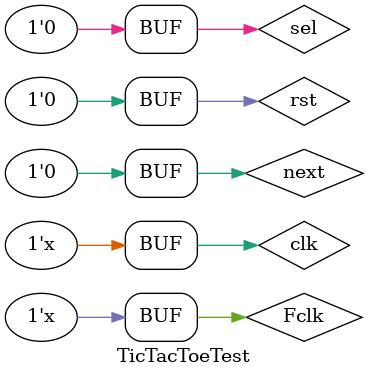
<source format=sv>

module TicTacToeTest();
	logic [1:0] a,b,c,d,e,f,g,h,i;
	logic sel,next,rst,clk,Fclk;
	TicTacToe myToe(.sel(sel),.next(next),.rst(rst),.clk(clk),.Fclk(clk),.a(a),.b(b),.c(c),.d(d),.e(e),.f(f),.g(g),.h(h),.i(i));
	
	
	always begin 
		clk=!clk;
		#10;
	
	end
	
	always begin 
		Fclk=!Fclk;
		#5;
	
	end
	initial begin
		clk=1'b1;
		Fclk=1'b1;
		rst=1'b1;
		sel=1'b0;
		next=1'b0;
		
		#10;  //negedge
		rst=1'b0;
		sel=1'b1;
		
		#10; //posedge
		
		
		#10; //negedge
		sel=1'b1;   
		
		#10; //posedge output should not change
		
		
		#10; //negedge
		sel=1'b0;
		next=1'b1;
		
		#10; //posedge
		
		
		#10; //negedge
		next=1'b0;
		sel=1'b1;
		
		#10; //posedge
		
		
		#10; //negedge
		sel=1'b0;
		
		#400;
		
		/*
		
		
		#500000000;
		#500000000;
		#500000000;
		#500000000;
		#500000000;
		#500000000;
		#500000000;
		#500000000;
		#500000000;
		#500000000;
		
		#500000000;
		#500000000;
		#500000000;
		#500000000;
		#500000000;
		#500000000;
		#500000000;
		#500000000;
		#500000000;
		#500000000;
		
		#500000000;
		#500000000;
		#500000000;
		#500000000;
		#500000000;
		#500000000;
		#500000000;
		#500000000;
		#500000000;
		#500000000;
		
		
		*/
	
		
		
		
		
		
		
		
		
	
	end

endmodule 
</source>
